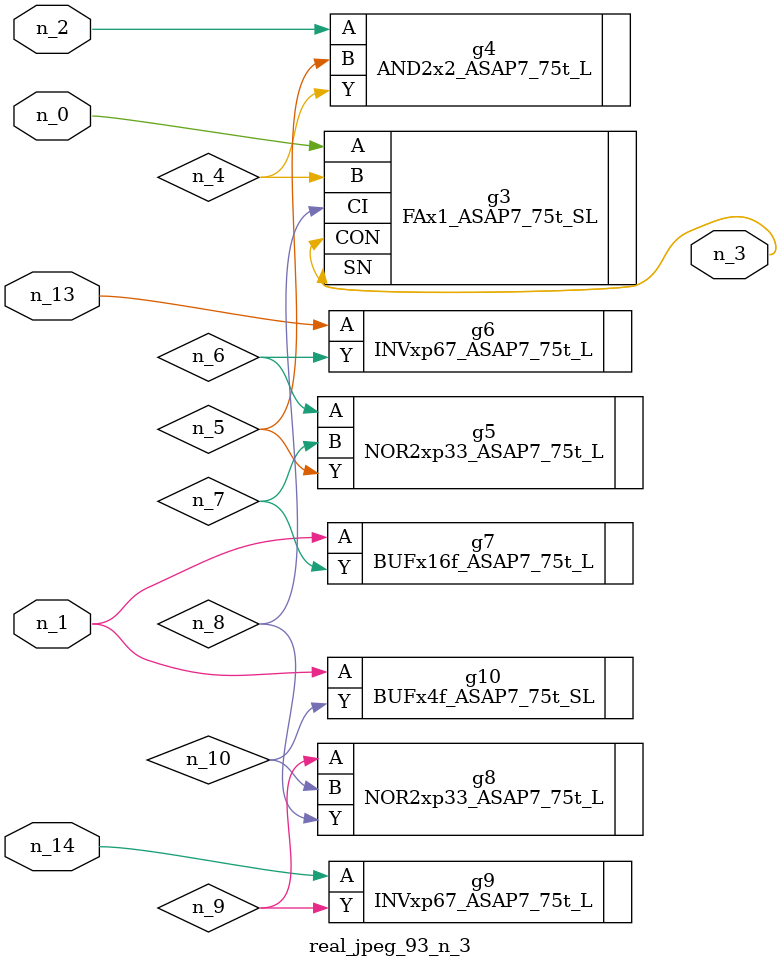
<source format=v>
module real_jpeg_93_n_3 (n_0, n_1, n_14, n_2, n_13, n_3);

input n_0;
input n_1;
input n_14;
input n_2;
input n_13;

output n_3;

wire n_5;
wire n_8;
wire n_4;
wire n_6;
wire n_7;
wire n_10;
wire n_9;

FAx1_ASAP7_75t_SL g3 ( 
.A(n_0),
.B(n_4),
.CI(n_8),
.CON(n_3),
.SN(n_3)
);

BUFx16f_ASAP7_75t_L g7 ( 
.A(n_1),
.Y(n_7)
);

BUFx4f_ASAP7_75t_SL g10 ( 
.A(n_1),
.Y(n_10)
);

AND2x2_ASAP7_75t_L g4 ( 
.A(n_2),
.B(n_5),
.Y(n_4)
);

NOR2xp33_ASAP7_75t_L g5 ( 
.A(n_6),
.B(n_7),
.Y(n_5)
);

NOR2xp33_ASAP7_75t_L g8 ( 
.A(n_9),
.B(n_10),
.Y(n_8)
);

INVxp67_ASAP7_75t_L g6 ( 
.A(n_13),
.Y(n_6)
);

INVxp67_ASAP7_75t_L g9 ( 
.A(n_14),
.Y(n_9)
);


endmodule
</source>
